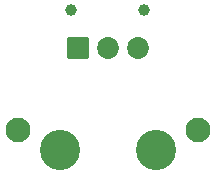
<source format=gbr>
%TF.GenerationSoftware,KiCad,Pcbnew,8.0.2-1*%
%TF.CreationDate,2024-09-06T12:08:40-07:00*%
%TF.ProjectId,HallSwitch,48616c6c-5377-4697-9463-682e6b696361,rev?*%
%TF.SameCoordinates,Original*%
%TF.FileFunction,Soldermask,Bot*%
%TF.FilePolarity,Negative*%
%FSLAX46Y46*%
G04 Gerber Fmt 4.6, Leading zero omitted, Abs format (unit mm)*
G04 Created by KiCad (PCBNEW 8.0.2-1) date 2024-09-06 12:08:40*
%MOMM*%
%LPD*%
G01*
G04 APERTURE LIST*
G04 Aperture macros list*
%AMRoundRect*
0 Rectangle with rounded corners*
0 $1 Rounding radius*
0 $2 $3 $4 $5 $6 $7 $8 $9 X,Y pos of 4 corners*
0 Add a 4 corners polygon primitive as box body*
4,1,4,$2,$3,$4,$5,$6,$7,$8,$9,$2,$3,0*
0 Add four circle primitives for the rounded corners*
1,1,$1+$1,$2,$3*
1,1,$1+$1,$4,$5*
1,1,$1+$1,$6,$7*
1,1,$1+$1,$8,$9*
0 Add four rect primitives between the rounded corners*
20,1,$1+$1,$2,$3,$4,$5,0*
20,1,$1+$1,$4,$5,$6,$7,0*
20,1,$1+$1,$6,$7,$8,$9,0*
20,1,$1+$1,$8,$9,$2,$3,0*%
G04 Aperture macros list end*
%ADD10C,2.100000*%
%ADD11C,1.000000*%
%ADD12C,3.403600*%
%ADD13RoundRect,0.102000X-0.825000X-0.825000X0.825000X-0.825000X0.825000X0.825000X-0.825000X0.825000X0*%
%ADD14C,1.854000*%
G04 APERTURE END LIST*
D10*
%TO.C,H2*%
X134620000Y-103276400D03*
%TD*%
%TO.C,H1*%
X119380000Y-103276400D03*
%TD*%
D11*
%TO.C,D1*%
X130070000Y-93116400D03*
%TD*%
%TO.C,D2*%
X123930000Y-93116400D03*
%TD*%
D12*
%TO.C,J1*%
X122936000Y-104927400D03*
X131064000Y-104927400D03*
D13*
X124460000Y-96291400D03*
D14*
X127000000Y-96291400D03*
X129540000Y-96291400D03*
%TD*%
M02*

</source>
